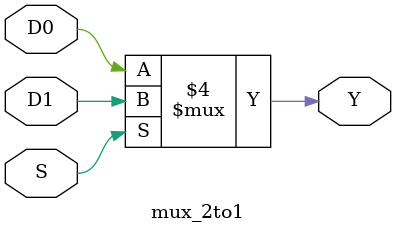
<source format=sv>
module flipflop(
    input clk,
    input D,
    output reg Q
);

always @(posedge clk) begin
    Q <= D;
end

endmodule
module mux_2to1(
    input S,
    input D0,
    input D1,
    output reg Y
);

always @(S, D0, D1) begin
    if (S == 0)
        Y <= D0;
    else
        Y <= D1;
end

endmodule

</source>
